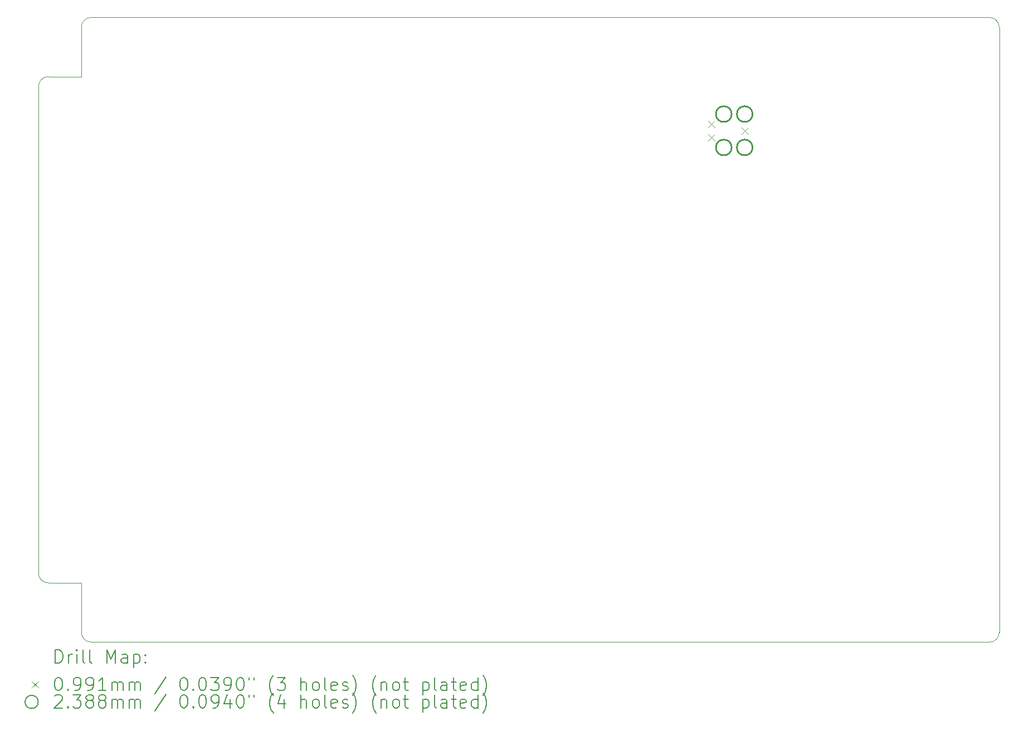
<source format=gbr>
%TF.GenerationSoftware,KiCad,Pcbnew,7.0.10-7.0.10~ubuntu22.04.1*%
%TF.CreationDate,2024-01-19T15:41:53+01:00*%
%TF.ProjectId,EEZ DIB MIO168,45455a20-4449-4422-904d-494f3136382e,r3B1*%
%TF.SameCoordinates,Original*%
%TF.FileFunction,Drillmap*%
%TF.FilePolarity,Positive*%
%FSLAX45Y45*%
G04 Gerber Fmt 4.5, Leading zero omitted, Abs format (unit mm)*
G04 Created by KiCad (PCBNEW 7.0.10-7.0.10~ubuntu22.04.1) date 2024-01-19 15:41:53*
%MOMM*%
%LPD*%
G01*
G04 APERTURE LIST*
%ADD10C,0.100000*%
%ADD11C,0.200000*%
%ADD12C,0.238760*%
G04 APERTURE END LIST*
D10*
X8200110Y-6650360D02*
X7700110Y-6650360D01*
X22150110Y-5900360D02*
G75*
G03*
X22000110Y-5750360I-150000J0D01*
G01*
X7700110Y-6650360D02*
G75*
G03*
X7550110Y-6800360I0J-150000D01*
G01*
X22150110Y-15100360D02*
X22150110Y-5900360D01*
X8350110Y-5750360D02*
G75*
G03*
X8200110Y-5900360I0J-150000D01*
G01*
X7550110Y-14200360D02*
X7550110Y-6800360D01*
X8200110Y-6650360D02*
X8200110Y-5900360D01*
X22000110Y-15250360D02*
G75*
G03*
X22150110Y-15100360I0J150000D01*
G01*
X8200110Y-14350360D02*
X7700110Y-14350360D01*
X8200110Y-15100360D02*
G75*
G03*
X8350110Y-15250360I150000J0D01*
G01*
X8350110Y-5750360D02*
X22000110Y-5750360D01*
X8200110Y-15100360D02*
X8200110Y-14350360D01*
X7550110Y-14200360D02*
G75*
G03*
X7700110Y-14350360I150000J0D01*
G01*
X22000110Y-15250360D02*
X8350110Y-15250360D01*
D11*
D10*
X17724120Y-7322820D02*
X17823180Y-7421880D01*
X17823180Y-7322820D02*
X17724120Y-7421880D01*
X17724120Y-7526020D02*
X17823180Y-7625080D01*
X17823180Y-7526020D02*
X17724120Y-7625080D01*
X18232120Y-7424420D02*
X18331180Y-7523480D01*
X18331180Y-7424420D02*
X18232120Y-7523480D01*
D12*
X18083530Y-7219950D02*
G75*
G03*
X17844770Y-7219950I-119380J0D01*
G01*
X17844770Y-7219950D02*
G75*
G03*
X18083530Y-7219950I119380J0D01*
G01*
X18083530Y-7727950D02*
G75*
G03*
X17844770Y-7727950I-119380J0D01*
G01*
X17844770Y-7727950D02*
G75*
G03*
X18083530Y-7727950I119380J0D01*
G01*
X18401030Y-7219950D02*
G75*
G03*
X18162270Y-7219950I-119380J0D01*
G01*
X18162270Y-7219950D02*
G75*
G03*
X18401030Y-7219950I119380J0D01*
G01*
X18401030Y-7727950D02*
G75*
G03*
X18162270Y-7727950I-119380J0D01*
G01*
X18162270Y-7727950D02*
G75*
G03*
X18401030Y-7727950I119380J0D01*
G01*
D11*
X7805887Y-15566844D02*
X7805887Y-15366844D01*
X7805887Y-15366844D02*
X7853506Y-15366844D01*
X7853506Y-15366844D02*
X7882077Y-15376368D01*
X7882077Y-15376368D02*
X7901125Y-15395415D01*
X7901125Y-15395415D02*
X7910649Y-15414463D01*
X7910649Y-15414463D02*
X7920172Y-15452558D01*
X7920172Y-15452558D02*
X7920172Y-15481129D01*
X7920172Y-15481129D02*
X7910649Y-15519225D01*
X7910649Y-15519225D02*
X7901125Y-15538272D01*
X7901125Y-15538272D02*
X7882077Y-15557320D01*
X7882077Y-15557320D02*
X7853506Y-15566844D01*
X7853506Y-15566844D02*
X7805887Y-15566844D01*
X8005887Y-15566844D02*
X8005887Y-15433510D01*
X8005887Y-15471606D02*
X8015411Y-15452558D01*
X8015411Y-15452558D02*
X8024934Y-15443034D01*
X8024934Y-15443034D02*
X8043982Y-15433510D01*
X8043982Y-15433510D02*
X8063030Y-15433510D01*
X8129696Y-15566844D02*
X8129696Y-15433510D01*
X8129696Y-15366844D02*
X8120172Y-15376368D01*
X8120172Y-15376368D02*
X8129696Y-15385891D01*
X8129696Y-15385891D02*
X8139220Y-15376368D01*
X8139220Y-15376368D02*
X8129696Y-15366844D01*
X8129696Y-15366844D02*
X8129696Y-15385891D01*
X8253506Y-15566844D02*
X8234458Y-15557320D01*
X8234458Y-15557320D02*
X8224934Y-15538272D01*
X8224934Y-15538272D02*
X8224934Y-15366844D01*
X8358268Y-15566844D02*
X8339220Y-15557320D01*
X8339220Y-15557320D02*
X8329696Y-15538272D01*
X8329696Y-15538272D02*
X8329696Y-15366844D01*
X8586839Y-15566844D02*
X8586839Y-15366844D01*
X8586839Y-15366844D02*
X8653506Y-15509701D01*
X8653506Y-15509701D02*
X8720173Y-15366844D01*
X8720173Y-15366844D02*
X8720173Y-15566844D01*
X8901125Y-15566844D02*
X8901125Y-15462082D01*
X8901125Y-15462082D02*
X8891601Y-15443034D01*
X8891601Y-15443034D02*
X8872554Y-15433510D01*
X8872554Y-15433510D02*
X8834458Y-15433510D01*
X8834458Y-15433510D02*
X8815411Y-15443034D01*
X8901125Y-15557320D02*
X8882077Y-15566844D01*
X8882077Y-15566844D02*
X8834458Y-15566844D01*
X8834458Y-15566844D02*
X8815411Y-15557320D01*
X8815411Y-15557320D02*
X8805887Y-15538272D01*
X8805887Y-15538272D02*
X8805887Y-15519225D01*
X8805887Y-15519225D02*
X8815411Y-15500177D01*
X8815411Y-15500177D02*
X8834458Y-15490653D01*
X8834458Y-15490653D02*
X8882077Y-15490653D01*
X8882077Y-15490653D02*
X8901125Y-15481129D01*
X8996363Y-15433510D02*
X8996363Y-15633510D01*
X8996363Y-15443034D02*
X9015411Y-15433510D01*
X9015411Y-15433510D02*
X9053506Y-15433510D01*
X9053506Y-15433510D02*
X9072554Y-15443034D01*
X9072554Y-15443034D02*
X9082077Y-15452558D01*
X9082077Y-15452558D02*
X9091601Y-15471606D01*
X9091601Y-15471606D02*
X9091601Y-15528748D01*
X9091601Y-15528748D02*
X9082077Y-15547796D01*
X9082077Y-15547796D02*
X9072554Y-15557320D01*
X9072554Y-15557320D02*
X9053506Y-15566844D01*
X9053506Y-15566844D02*
X9015411Y-15566844D01*
X9015411Y-15566844D02*
X8996363Y-15557320D01*
X9177315Y-15547796D02*
X9186839Y-15557320D01*
X9186839Y-15557320D02*
X9177315Y-15566844D01*
X9177315Y-15566844D02*
X9167792Y-15557320D01*
X9167792Y-15557320D02*
X9177315Y-15547796D01*
X9177315Y-15547796D02*
X9177315Y-15566844D01*
X9177315Y-15443034D02*
X9186839Y-15452558D01*
X9186839Y-15452558D02*
X9177315Y-15462082D01*
X9177315Y-15462082D02*
X9167792Y-15452558D01*
X9167792Y-15452558D02*
X9177315Y-15443034D01*
X9177315Y-15443034D02*
X9177315Y-15462082D01*
D10*
X7446050Y-15845830D02*
X7545110Y-15944890D01*
X7545110Y-15845830D02*
X7446050Y-15944890D01*
D11*
X7843982Y-15786844D02*
X7863030Y-15786844D01*
X7863030Y-15786844D02*
X7882077Y-15796368D01*
X7882077Y-15796368D02*
X7891601Y-15805891D01*
X7891601Y-15805891D02*
X7901125Y-15824939D01*
X7901125Y-15824939D02*
X7910649Y-15863034D01*
X7910649Y-15863034D02*
X7910649Y-15910653D01*
X7910649Y-15910653D02*
X7901125Y-15948748D01*
X7901125Y-15948748D02*
X7891601Y-15967796D01*
X7891601Y-15967796D02*
X7882077Y-15977320D01*
X7882077Y-15977320D02*
X7863030Y-15986844D01*
X7863030Y-15986844D02*
X7843982Y-15986844D01*
X7843982Y-15986844D02*
X7824934Y-15977320D01*
X7824934Y-15977320D02*
X7815411Y-15967796D01*
X7815411Y-15967796D02*
X7805887Y-15948748D01*
X7805887Y-15948748D02*
X7796363Y-15910653D01*
X7796363Y-15910653D02*
X7796363Y-15863034D01*
X7796363Y-15863034D02*
X7805887Y-15824939D01*
X7805887Y-15824939D02*
X7815411Y-15805891D01*
X7815411Y-15805891D02*
X7824934Y-15796368D01*
X7824934Y-15796368D02*
X7843982Y-15786844D01*
X7996363Y-15967796D02*
X8005887Y-15977320D01*
X8005887Y-15977320D02*
X7996363Y-15986844D01*
X7996363Y-15986844D02*
X7986839Y-15977320D01*
X7986839Y-15977320D02*
X7996363Y-15967796D01*
X7996363Y-15967796D02*
X7996363Y-15986844D01*
X8101125Y-15986844D02*
X8139220Y-15986844D01*
X8139220Y-15986844D02*
X8158268Y-15977320D01*
X8158268Y-15977320D02*
X8167792Y-15967796D01*
X8167792Y-15967796D02*
X8186839Y-15939225D01*
X8186839Y-15939225D02*
X8196363Y-15901129D01*
X8196363Y-15901129D02*
X8196363Y-15824939D01*
X8196363Y-15824939D02*
X8186839Y-15805891D01*
X8186839Y-15805891D02*
X8177315Y-15796368D01*
X8177315Y-15796368D02*
X8158268Y-15786844D01*
X8158268Y-15786844D02*
X8120172Y-15786844D01*
X8120172Y-15786844D02*
X8101125Y-15796368D01*
X8101125Y-15796368D02*
X8091601Y-15805891D01*
X8091601Y-15805891D02*
X8082077Y-15824939D01*
X8082077Y-15824939D02*
X8082077Y-15872558D01*
X8082077Y-15872558D02*
X8091601Y-15891606D01*
X8091601Y-15891606D02*
X8101125Y-15901129D01*
X8101125Y-15901129D02*
X8120172Y-15910653D01*
X8120172Y-15910653D02*
X8158268Y-15910653D01*
X8158268Y-15910653D02*
X8177315Y-15901129D01*
X8177315Y-15901129D02*
X8186839Y-15891606D01*
X8186839Y-15891606D02*
X8196363Y-15872558D01*
X8291601Y-15986844D02*
X8329696Y-15986844D01*
X8329696Y-15986844D02*
X8348744Y-15977320D01*
X8348744Y-15977320D02*
X8358268Y-15967796D01*
X8358268Y-15967796D02*
X8377315Y-15939225D01*
X8377315Y-15939225D02*
X8386839Y-15901129D01*
X8386839Y-15901129D02*
X8386839Y-15824939D01*
X8386839Y-15824939D02*
X8377315Y-15805891D01*
X8377315Y-15805891D02*
X8367792Y-15796368D01*
X8367792Y-15796368D02*
X8348744Y-15786844D01*
X8348744Y-15786844D02*
X8310649Y-15786844D01*
X8310649Y-15786844D02*
X8291601Y-15796368D01*
X8291601Y-15796368D02*
X8282077Y-15805891D01*
X8282077Y-15805891D02*
X8272553Y-15824939D01*
X8272553Y-15824939D02*
X8272553Y-15872558D01*
X8272553Y-15872558D02*
X8282077Y-15891606D01*
X8282077Y-15891606D02*
X8291601Y-15901129D01*
X8291601Y-15901129D02*
X8310649Y-15910653D01*
X8310649Y-15910653D02*
X8348744Y-15910653D01*
X8348744Y-15910653D02*
X8367792Y-15901129D01*
X8367792Y-15901129D02*
X8377315Y-15891606D01*
X8377315Y-15891606D02*
X8386839Y-15872558D01*
X8577315Y-15986844D02*
X8463030Y-15986844D01*
X8520173Y-15986844D02*
X8520173Y-15786844D01*
X8520173Y-15786844D02*
X8501125Y-15815415D01*
X8501125Y-15815415D02*
X8482077Y-15834463D01*
X8482077Y-15834463D02*
X8463030Y-15843987D01*
X8663030Y-15986844D02*
X8663030Y-15853510D01*
X8663030Y-15872558D02*
X8672554Y-15863034D01*
X8672554Y-15863034D02*
X8691601Y-15853510D01*
X8691601Y-15853510D02*
X8720173Y-15853510D01*
X8720173Y-15853510D02*
X8739220Y-15863034D01*
X8739220Y-15863034D02*
X8748744Y-15882082D01*
X8748744Y-15882082D02*
X8748744Y-15986844D01*
X8748744Y-15882082D02*
X8758268Y-15863034D01*
X8758268Y-15863034D02*
X8777315Y-15853510D01*
X8777315Y-15853510D02*
X8805887Y-15853510D01*
X8805887Y-15853510D02*
X8824935Y-15863034D01*
X8824935Y-15863034D02*
X8834458Y-15882082D01*
X8834458Y-15882082D02*
X8834458Y-15986844D01*
X8929696Y-15986844D02*
X8929696Y-15853510D01*
X8929696Y-15872558D02*
X8939220Y-15863034D01*
X8939220Y-15863034D02*
X8958268Y-15853510D01*
X8958268Y-15853510D02*
X8986839Y-15853510D01*
X8986839Y-15853510D02*
X9005887Y-15863034D01*
X9005887Y-15863034D02*
X9015411Y-15882082D01*
X9015411Y-15882082D02*
X9015411Y-15986844D01*
X9015411Y-15882082D02*
X9024935Y-15863034D01*
X9024935Y-15863034D02*
X9043982Y-15853510D01*
X9043982Y-15853510D02*
X9072554Y-15853510D01*
X9072554Y-15853510D02*
X9091601Y-15863034D01*
X9091601Y-15863034D02*
X9101125Y-15882082D01*
X9101125Y-15882082D02*
X9101125Y-15986844D01*
X9491601Y-15777320D02*
X9320173Y-16034463D01*
X9748744Y-15786844D02*
X9767792Y-15786844D01*
X9767792Y-15786844D02*
X9786839Y-15796368D01*
X9786839Y-15796368D02*
X9796363Y-15805891D01*
X9796363Y-15805891D02*
X9805887Y-15824939D01*
X9805887Y-15824939D02*
X9815411Y-15863034D01*
X9815411Y-15863034D02*
X9815411Y-15910653D01*
X9815411Y-15910653D02*
X9805887Y-15948748D01*
X9805887Y-15948748D02*
X9796363Y-15967796D01*
X9796363Y-15967796D02*
X9786839Y-15977320D01*
X9786839Y-15977320D02*
X9767792Y-15986844D01*
X9767792Y-15986844D02*
X9748744Y-15986844D01*
X9748744Y-15986844D02*
X9729697Y-15977320D01*
X9729697Y-15977320D02*
X9720173Y-15967796D01*
X9720173Y-15967796D02*
X9710649Y-15948748D01*
X9710649Y-15948748D02*
X9701125Y-15910653D01*
X9701125Y-15910653D02*
X9701125Y-15863034D01*
X9701125Y-15863034D02*
X9710649Y-15824939D01*
X9710649Y-15824939D02*
X9720173Y-15805891D01*
X9720173Y-15805891D02*
X9729697Y-15796368D01*
X9729697Y-15796368D02*
X9748744Y-15786844D01*
X9901125Y-15967796D02*
X9910649Y-15977320D01*
X9910649Y-15977320D02*
X9901125Y-15986844D01*
X9901125Y-15986844D02*
X9891601Y-15977320D01*
X9891601Y-15977320D02*
X9901125Y-15967796D01*
X9901125Y-15967796D02*
X9901125Y-15986844D01*
X10034458Y-15786844D02*
X10053506Y-15786844D01*
X10053506Y-15786844D02*
X10072554Y-15796368D01*
X10072554Y-15796368D02*
X10082078Y-15805891D01*
X10082078Y-15805891D02*
X10091601Y-15824939D01*
X10091601Y-15824939D02*
X10101125Y-15863034D01*
X10101125Y-15863034D02*
X10101125Y-15910653D01*
X10101125Y-15910653D02*
X10091601Y-15948748D01*
X10091601Y-15948748D02*
X10082078Y-15967796D01*
X10082078Y-15967796D02*
X10072554Y-15977320D01*
X10072554Y-15977320D02*
X10053506Y-15986844D01*
X10053506Y-15986844D02*
X10034458Y-15986844D01*
X10034458Y-15986844D02*
X10015411Y-15977320D01*
X10015411Y-15977320D02*
X10005887Y-15967796D01*
X10005887Y-15967796D02*
X9996363Y-15948748D01*
X9996363Y-15948748D02*
X9986839Y-15910653D01*
X9986839Y-15910653D02*
X9986839Y-15863034D01*
X9986839Y-15863034D02*
X9996363Y-15824939D01*
X9996363Y-15824939D02*
X10005887Y-15805891D01*
X10005887Y-15805891D02*
X10015411Y-15796368D01*
X10015411Y-15796368D02*
X10034458Y-15786844D01*
X10167792Y-15786844D02*
X10291601Y-15786844D01*
X10291601Y-15786844D02*
X10224935Y-15863034D01*
X10224935Y-15863034D02*
X10253506Y-15863034D01*
X10253506Y-15863034D02*
X10272554Y-15872558D01*
X10272554Y-15872558D02*
X10282078Y-15882082D01*
X10282078Y-15882082D02*
X10291601Y-15901129D01*
X10291601Y-15901129D02*
X10291601Y-15948748D01*
X10291601Y-15948748D02*
X10282078Y-15967796D01*
X10282078Y-15967796D02*
X10272554Y-15977320D01*
X10272554Y-15977320D02*
X10253506Y-15986844D01*
X10253506Y-15986844D02*
X10196363Y-15986844D01*
X10196363Y-15986844D02*
X10177316Y-15977320D01*
X10177316Y-15977320D02*
X10167792Y-15967796D01*
X10386839Y-15986844D02*
X10424935Y-15986844D01*
X10424935Y-15986844D02*
X10443982Y-15977320D01*
X10443982Y-15977320D02*
X10453506Y-15967796D01*
X10453506Y-15967796D02*
X10472554Y-15939225D01*
X10472554Y-15939225D02*
X10482078Y-15901129D01*
X10482078Y-15901129D02*
X10482078Y-15824939D01*
X10482078Y-15824939D02*
X10472554Y-15805891D01*
X10472554Y-15805891D02*
X10463030Y-15796368D01*
X10463030Y-15796368D02*
X10443982Y-15786844D01*
X10443982Y-15786844D02*
X10405887Y-15786844D01*
X10405887Y-15786844D02*
X10386839Y-15796368D01*
X10386839Y-15796368D02*
X10377316Y-15805891D01*
X10377316Y-15805891D02*
X10367792Y-15824939D01*
X10367792Y-15824939D02*
X10367792Y-15872558D01*
X10367792Y-15872558D02*
X10377316Y-15891606D01*
X10377316Y-15891606D02*
X10386839Y-15901129D01*
X10386839Y-15901129D02*
X10405887Y-15910653D01*
X10405887Y-15910653D02*
X10443982Y-15910653D01*
X10443982Y-15910653D02*
X10463030Y-15901129D01*
X10463030Y-15901129D02*
X10472554Y-15891606D01*
X10472554Y-15891606D02*
X10482078Y-15872558D01*
X10605887Y-15786844D02*
X10624935Y-15786844D01*
X10624935Y-15786844D02*
X10643982Y-15796368D01*
X10643982Y-15796368D02*
X10653506Y-15805891D01*
X10653506Y-15805891D02*
X10663030Y-15824939D01*
X10663030Y-15824939D02*
X10672554Y-15863034D01*
X10672554Y-15863034D02*
X10672554Y-15910653D01*
X10672554Y-15910653D02*
X10663030Y-15948748D01*
X10663030Y-15948748D02*
X10653506Y-15967796D01*
X10653506Y-15967796D02*
X10643982Y-15977320D01*
X10643982Y-15977320D02*
X10624935Y-15986844D01*
X10624935Y-15986844D02*
X10605887Y-15986844D01*
X10605887Y-15986844D02*
X10586839Y-15977320D01*
X10586839Y-15977320D02*
X10577316Y-15967796D01*
X10577316Y-15967796D02*
X10567792Y-15948748D01*
X10567792Y-15948748D02*
X10558268Y-15910653D01*
X10558268Y-15910653D02*
X10558268Y-15863034D01*
X10558268Y-15863034D02*
X10567792Y-15824939D01*
X10567792Y-15824939D02*
X10577316Y-15805891D01*
X10577316Y-15805891D02*
X10586839Y-15796368D01*
X10586839Y-15796368D02*
X10605887Y-15786844D01*
X10748744Y-15786844D02*
X10748744Y-15824939D01*
X10824935Y-15786844D02*
X10824935Y-15824939D01*
X11120173Y-16063034D02*
X11110649Y-16053510D01*
X11110649Y-16053510D02*
X11091601Y-16024939D01*
X11091601Y-16024939D02*
X11082078Y-16005891D01*
X11082078Y-16005891D02*
X11072554Y-15977320D01*
X11072554Y-15977320D02*
X11063030Y-15929701D01*
X11063030Y-15929701D02*
X11063030Y-15891606D01*
X11063030Y-15891606D02*
X11072554Y-15843987D01*
X11072554Y-15843987D02*
X11082078Y-15815415D01*
X11082078Y-15815415D02*
X11091601Y-15796368D01*
X11091601Y-15796368D02*
X11110649Y-15767796D01*
X11110649Y-15767796D02*
X11120173Y-15758272D01*
X11177316Y-15786844D02*
X11301125Y-15786844D01*
X11301125Y-15786844D02*
X11234458Y-15863034D01*
X11234458Y-15863034D02*
X11263030Y-15863034D01*
X11263030Y-15863034D02*
X11282078Y-15872558D01*
X11282078Y-15872558D02*
X11291601Y-15882082D01*
X11291601Y-15882082D02*
X11301125Y-15901129D01*
X11301125Y-15901129D02*
X11301125Y-15948748D01*
X11301125Y-15948748D02*
X11291601Y-15967796D01*
X11291601Y-15967796D02*
X11282078Y-15977320D01*
X11282078Y-15977320D02*
X11263030Y-15986844D01*
X11263030Y-15986844D02*
X11205887Y-15986844D01*
X11205887Y-15986844D02*
X11186839Y-15977320D01*
X11186839Y-15977320D02*
X11177316Y-15967796D01*
X11539220Y-15986844D02*
X11539220Y-15786844D01*
X11624935Y-15986844D02*
X11624935Y-15882082D01*
X11624935Y-15882082D02*
X11615411Y-15863034D01*
X11615411Y-15863034D02*
X11596363Y-15853510D01*
X11596363Y-15853510D02*
X11567792Y-15853510D01*
X11567792Y-15853510D02*
X11548744Y-15863034D01*
X11548744Y-15863034D02*
X11539220Y-15872558D01*
X11748744Y-15986844D02*
X11729697Y-15977320D01*
X11729697Y-15977320D02*
X11720173Y-15967796D01*
X11720173Y-15967796D02*
X11710649Y-15948748D01*
X11710649Y-15948748D02*
X11710649Y-15891606D01*
X11710649Y-15891606D02*
X11720173Y-15872558D01*
X11720173Y-15872558D02*
X11729697Y-15863034D01*
X11729697Y-15863034D02*
X11748744Y-15853510D01*
X11748744Y-15853510D02*
X11777316Y-15853510D01*
X11777316Y-15853510D02*
X11796363Y-15863034D01*
X11796363Y-15863034D02*
X11805887Y-15872558D01*
X11805887Y-15872558D02*
X11815411Y-15891606D01*
X11815411Y-15891606D02*
X11815411Y-15948748D01*
X11815411Y-15948748D02*
X11805887Y-15967796D01*
X11805887Y-15967796D02*
X11796363Y-15977320D01*
X11796363Y-15977320D02*
X11777316Y-15986844D01*
X11777316Y-15986844D02*
X11748744Y-15986844D01*
X11929697Y-15986844D02*
X11910649Y-15977320D01*
X11910649Y-15977320D02*
X11901125Y-15958272D01*
X11901125Y-15958272D02*
X11901125Y-15786844D01*
X12082078Y-15977320D02*
X12063030Y-15986844D01*
X12063030Y-15986844D02*
X12024935Y-15986844D01*
X12024935Y-15986844D02*
X12005887Y-15977320D01*
X12005887Y-15977320D02*
X11996363Y-15958272D01*
X11996363Y-15958272D02*
X11996363Y-15882082D01*
X11996363Y-15882082D02*
X12005887Y-15863034D01*
X12005887Y-15863034D02*
X12024935Y-15853510D01*
X12024935Y-15853510D02*
X12063030Y-15853510D01*
X12063030Y-15853510D02*
X12082078Y-15863034D01*
X12082078Y-15863034D02*
X12091601Y-15882082D01*
X12091601Y-15882082D02*
X12091601Y-15901129D01*
X12091601Y-15901129D02*
X11996363Y-15920177D01*
X12167792Y-15977320D02*
X12186840Y-15986844D01*
X12186840Y-15986844D02*
X12224935Y-15986844D01*
X12224935Y-15986844D02*
X12243982Y-15977320D01*
X12243982Y-15977320D02*
X12253506Y-15958272D01*
X12253506Y-15958272D02*
X12253506Y-15948748D01*
X12253506Y-15948748D02*
X12243982Y-15929701D01*
X12243982Y-15929701D02*
X12224935Y-15920177D01*
X12224935Y-15920177D02*
X12196363Y-15920177D01*
X12196363Y-15920177D02*
X12177316Y-15910653D01*
X12177316Y-15910653D02*
X12167792Y-15891606D01*
X12167792Y-15891606D02*
X12167792Y-15882082D01*
X12167792Y-15882082D02*
X12177316Y-15863034D01*
X12177316Y-15863034D02*
X12196363Y-15853510D01*
X12196363Y-15853510D02*
X12224935Y-15853510D01*
X12224935Y-15853510D02*
X12243982Y-15863034D01*
X12320173Y-16063034D02*
X12329697Y-16053510D01*
X12329697Y-16053510D02*
X12348744Y-16024939D01*
X12348744Y-16024939D02*
X12358268Y-16005891D01*
X12358268Y-16005891D02*
X12367792Y-15977320D01*
X12367792Y-15977320D02*
X12377316Y-15929701D01*
X12377316Y-15929701D02*
X12377316Y-15891606D01*
X12377316Y-15891606D02*
X12367792Y-15843987D01*
X12367792Y-15843987D02*
X12358268Y-15815415D01*
X12358268Y-15815415D02*
X12348744Y-15796368D01*
X12348744Y-15796368D02*
X12329697Y-15767796D01*
X12329697Y-15767796D02*
X12320173Y-15758272D01*
X12682078Y-16063034D02*
X12672554Y-16053510D01*
X12672554Y-16053510D02*
X12653506Y-16024939D01*
X12653506Y-16024939D02*
X12643982Y-16005891D01*
X12643982Y-16005891D02*
X12634459Y-15977320D01*
X12634459Y-15977320D02*
X12624935Y-15929701D01*
X12624935Y-15929701D02*
X12624935Y-15891606D01*
X12624935Y-15891606D02*
X12634459Y-15843987D01*
X12634459Y-15843987D02*
X12643982Y-15815415D01*
X12643982Y-15815415D02*
X12653506Y-15796368D01*
X12653506Y-15796368D02*
X12672554Y-15767796D01*
X12672554Y-15767796D02*
X12682078Y-15758272D01*
X12758268Y-15853510D02*
X12758268Y-15986844D01*
X12758268Y-15872558D02*
X12767792Y-15863034D01*
X12767792Y-15863034D02*
X12786840Y-15853510D01*
X12786840Y-15853510D02*
X12815411Y-15853510D01*
X12815411Y-15853510D02*
X12834459Y-15863034D01*
X12834459Y-15863034D02*
X12843982Y-15882082D01*
X12843982Y-15882082D02*
X12843982Y-15986844D01*
X12967792Y-15986844D02*
X12948744Y-15977320D01*
X12948744Y-15977320D02*
X12939221Y-15967796D01*
X12939221Y-15967796D02*
X12929697Y-15948748D01*
X12929697Y-15948748D02*
X12929697Y-15891606D01*
X12929697Y-15891606D02*
X12939221Y-15872558D01*
X12939221Y-15872558D02*
X12948744Y-15863034D01*
X12948744Y-15863034D02*
X12967792Y-15853510D01*
X12967792Y-15853510D02*
X12996363Y-15853510D01*
X12996363Y-15853510D02*
X13015411Y-15863034D01*
X13015411Y-15863034D02*
X13024935Y-15872558D01*
X13024935Y-15872558D02*
X13034459Y-15891606D01*
X13034459Y-15891606D02*
X13034459Y-15948748D01*
X13034459Y-15948748D02*
X13024935Y-15967796D01*
X13024935Y-15967796D02*
X13015411Y-15977320D01*
X13015411Y-15977320D02*
X12996363Y-15986844D01*
X12996363Y-15986844D02*
X12967792Y-15986844D01*
X13091602Y-15853510D02*
X13167792Y-15853510D01*
X13120173Y-15786844D02*
X13120173Y-15958272D01*
X13120173Y-15958272D02*
X13129697Y-15977320D01*
X13129697Y-15977320D02*
X13148744Y-15986844D01*
X13148744Y-15986844D02*
X13167792Y-15986844D01*
X13386840Y-15853510D02*
X13386840Y-16053510D01*
X13386840Y-15863034D02*
X13405887Y-15853510D01*
X13405887Y-15853510D02*
X13443983Y-15853510D01*
X13443983Y-15853510D02*
X13463030Y-15863034D01*
X13463030Y-15863034D02*
X13472554Y-15872558D01*
X13472554Y-15872558D02*
X13482078Y-15891606D01*
X13482078Y-15891606D02*
X13482078Y-15948748D01*
X13482078Y-15948748D02*
X13472554Y-15967796D01*
X13472554Y-15967796D02*
X13463030Y-15977320D01*
X13463030Y-15977320D02*
X13443983Y-15986844D01*
X13443983Y-15986844D02*
X13405887Y-15986844D01*
X13405887Y-15986844D02*
X13386840Y-15977320D01*
X13596363Y-15986844D02*
X13577316Y-15977320D01*
X13577316Y-15977320D02*
X13567792Y-15958272D01*
X13567792Y-15958272D02*
X13567792Y-15786844D01*
X13758268Y-15986844D02*
X13758268Y-15882082D01*
X13758268Y-15882082D02*
X13748744Y-15863034D01*
X13748744Y-15863034D02*
X13729697Y-15853510D01*
X13729697Y-15853510D02*
X13691602Y-15853510D01*
X13691602Y-15853510D02*
X13672554Y-15863034D01*
X13758268Y-15977320D02*
X13739221Y-15986844D01*
X13739221Y-15986844D02*
X13691602Y-15986844D01*
X13691602Y-15986844D02*
X13672554Y-15977320D01*
X13672554Y-15977320D02*
X13663030Y-15958272D01*
X13663030Y-15958272D02*
X13663030Y-15939225D01*
X13663030Y-15939225D02*
X13672554Y-15920177D01*
X13672554Y-15920177D02*
X13691602Y-15910653D01*
X13691602Y-15910653D02*
X13739221Y-15910653D01*
X13739221Y-15910653D02*
X13758268Y-15901129D01*
X13824935Y-15853510D02*
X13901125Y-15853510D01*
X13853506Y-15786844D02*
X13853506Y-15958272D01*
X13853506Y-15958272D02*
X13863030Y-15977320D01*
X13863030Y-15977320D02*
X13882078Y-15986844D01*
X13882078Y-15986844D02*
X13901125Y-15986844D01*
X14043983Y-15977320D02*
X14024935Y-15986844D01*
X14024935Y-15986844D02*
X13986840Y-15986844D01*
X13986840Y-15986844D02*
X13967792Y-15977320D01*
X13967792Y-15977320D02*
X13958268Y-15958272D01*
X13958268Y-15958272D02*
X13958268Y-15882082D01*
X13958268Y-15882082D02*
X13967792Y-15863034D01*
X13967792Y-15863034D02*
X13986840Y-15853510D01*
X13986840Y-15853510D02*
X14024935Y-15853510D01*
X14024935Y-15853510D02*
X14043983Y-15863034D01*
X14043983Y-15863034D02*
X14053506Y-15882082D01*
X14053506Y-15882082D02*
X14053506Y-15901129D01*
X14053506Y-15901129D02*
X13958268Y-15920177D01*
X14224935Y-15986844D02*
X14224935Y-15786844D01*
X14224935Y-15977320D02*
X14205887Y-15986844D01*
X14205887Y-15986844D02*
X14167792Y-15986844D01*
X14167792Y-15986844D02*
X14148744Y-15977320D01*
X14148744Y-15977320D02*
X14139221Y-15967796D01*
X14139221Y-15967796D02*
X14129697Y-15948748D01*
X14129697Y-15948748D02*
X14129697Y-15891606D01*
X14129697Y-15891606D02*
X14139221Y-15872558D01*
X14139221Y-15872558D02*
X14148744Y-15863034D01*
X14148744Y-15863034D02*
X14167792Y-15853510D01*
X14167792Y-15853510D02*
X14205887Y-15853510D01*
X14205887Y-15853510D02*
X14224935Y-15863034D01*
X14301125Y-16063034D02*
X14310649Y-16053510D01*
X14310649Y-16053510D02*
X14329697Y-16024939D01*
X14329697Y-16024939D02*
X14339221Y-16005891D01*
X14339221Y-16005891D02*
X14348744Y-15977320D01*
X14348744Y-15977320D02*
X14358268Y-15929701D01*
X14358268Y-15929701D02*
X14358268Y-15891606D01*
X14358268Y-15891606D02*
X14348744Y-15843987D01*
X14348744Y-15843987D02*
X14339221Y-15815415D01*
X14339221Y-15815415D02*
X14329697Y-15796368D01*
X14329697Y-15796368D02*
X14310649Y-15767796D01*
X14310649Y-15767796D02*
X14301125Y-15758272D01*
X7545110Y-16159360D02*
G75*
G03*
X7345110Y-16159360I-100000J0D01*
G01*
X7345110Y-16159360D02*
G75*
G03*
X7545110Y-16159360I100000J0D01*
G01*
X7796363Y-16069891D02*
X7805887Y-16060368D01*
X7805887Y-16060368D02*
X7824934Y-16050844D01*
X7824934Y-16050844D02*
X7872553Y-16050844D01*
X7872553Y-16050844D02*
X7891601Y-16060368D01*
X7891601Y-16060368D02*
X7901125Y-16069891D01*
X7901125Y-16069891D02*
X7910649Y-16088939D01*
X7910649Y-16088939D02*
X7910649Y-16107987D01*
X7910649Y-16107987D02*
X7901125Y-16136558D01*
X7901125Y-16136558D02*
X7786839Y-16250844D01*
X7786839Y-16250844D02*
X7910649Y-16250844D01*
X7996363Y-16231796D02*
X8005887Y-16241320D01*
X8005887Y-16241320D02*
X7996363Y-16250844D01*
X7996363Y-16250844D02*
X7986839Y-16241320D01*
X7986839Y-16241320D02*
X7996363Y-16231796D01*
X7996363Y-16231796D02*
X7996363Y-16250844D01*
X8072553Y-16050844D02*
X8196363Y-16050844D01*
X8196363Y-16050844D02*
X8129696Y-16127034D01*
X8129696Y-16127034D02*
X8158268Y-16127034D01*
X8158268Y-16127034D02*
X8177315Y-16136558D01*
X8177315Y-16136558D02*
X8186839Y-16146082D01*
X8186839Y-16146082D02*
X8196363Y-16165129D01*
X8196363Y-16165129D02*
X8196363Y-16212748D01*
X8196363Y-16212748D02*
X8186839Y-16231796D01*
X8186839Y-16231796D02*
X8177315Y-16241320D01*
X8177315Y-16241320D02*
X8158268Y-16250844D01*
X8158268Y-16250844D02*
X8101125Y-16250844D01*
X8101125Y-16250844D02*
X8082077Y-16241320D01*
X8082077Y-16241320D02*
X8072553Y-16231796D01*
X8310649Y-16136558D02*
X8291601Y-16127034D01*
X8291601Y-16127034D02*
X8282077Y-16117510D01*
X8282077Y-16117510D02*
X8272553Y-16098463D01*
X8272553Y-16098463D02*
X8272553Y-16088939D01*
X8272553Y-16088939D02*
X8282077Y-16069891D01*
X8282077Y-16069891D02*
X8291601Y-16060368D01*
X8291601Y-16060368D02*
X8310649Y-16050844D01*
X8310649Y-16050844D02*
X8348744Y-16050844D01*
X8348744Y-16050844D02*
X8367792Y-16060368D01*
X8367792Y-16060368D02*
X8377315Y-16069891D01*
X8377315Y-16069891D02*
X8386839Y-16088939D01*
X8386839Y-16088939D02*
X8386839Y-16098463D01*
X8386839Y-16098463D02*
X8377315Y-16117510D01*
X8377315Y-16117510D02*
X8367792Y-16127034D01*
X8367792Y-16127034D02*
X8348744Y-16136558D01*
X8348744Y-16136558D02*
X8310649Y-16136558D01*
X8310649Y-16136558D02*
X8291601Y-16146082D01*
X8291601Y-16146082D02*
X8282077Y-16155606D01*
X8282077Y-16155606D02*
X8272553Y-16174653D01*
X8272553Y-16174653D02*
X8272553Y-16212748D01*
X8272553Y-16212748D02*
X8282077Y-16231796D01*
X8282077Y-16231796D02*
X8291601Y-16241320D01*
X8291601Y-16241320D02*
X8310649Y-16250844D01*
X8310649Y-16250844D02*
X8348744Y-16250844D01*
X8348744Y-16250844D02*
X8367792Y-16241320D01*
X8367792Y-16241320D02*
X8377315Y-16231796D01*
X8377315Y-16231796D02*
X8386839Y-16212748D01*
X8386839Y-16212748D02*
X8386839Y-16174653D01*
X8386839Y-16174653D02*
X8377315Y-16155606D01*
X8377315Y-16155606D02*
X8367792Y-16146082D01*
X8367792Y-16146082D02*
X8348744Y-16136558D01*
X8501125Y-16136558D02*
X8482077Y-16127034D01*
X8482077Y-16127034D02*
X8472554Y-16117510D01*
X8472554Y-16117510D02*
X8463030Y-16098463D01*
X8463030Y-16098463D02*
X8463030Y-16088939D01*
X8463030Y-16088939D02*
X8472554Y-16069891D01*
X8472554Y-16069891D02*
X8482077Y-16060368D01*
X8482077Y-16060368D02*
X8501125Y-16050844D01*
X8501125Y-16050844D02*
X8539220Y-16050844D01*
X8539220Y-16050844D02*
X8558268Y-16060368D01*
X8558268Y-16060368D02*
X8567792Y-16069891D01*
X8567792Y-16069891D02*
X8577315Y-16088939D01*
X8577315Y-16088939D02*
X8577315Y-16098463D01*
X8577315Y-16098463D02*
X8567792Y-16117510D01*
X8567792Y-16117510D02*
X8558268Y-16127034D01*
X8558268Y-16127034D02*
X8539220Y-16136558D01*
X8539220Y-16136558D02*
X8501125Y-16136558D01*
X8501125Y-16136558D02*
X8482077Y-16146082D01*
X8482077Y-16146082D02*
X8472554Y-16155606D01*
X8472554Y-16155606D02*
X8463030Y-16174653D01*
X8463030Y-16174653D02*
X8463030Y-16212748D01*
X8463030Y-16212748D02*
X8472554Y-16231796D01*
X8472554Y-16231796D02*
X8482077Y-16241320D01*
X8482077Y-16241320D02*
X8501125Y-16250844D01*
X8501125Y-16250844D02*
X8539220Y-16250844D01*
X8539220Y-16250844D02*
X8558268Y-16241320D01*
X8558268Y-16241320D02*
X8567792Y-16231796D01*
X8567792Y-16231796D02*
X8577315Y-16212748D01*
X8577315Y-16212748D02*
X8577315Y-16174653D01*
X8577315Y-16174653D02*
X8567792Y-16155606D01*
X8567792Y-16155606D02*
X8558268Y-16146082D01*
X8558268Y-16146082D02*
X8539220Y-16136558D01*
X8663030Y-16250844D02*
X8663030Y-16117510D01*
X8663030Y-16136558D02*
X8672554Y-16127034D01*
X8672554Y-16127034D02*
X8691601Y-16117510D01*
X8691601Y-16117510D02*
X8720173Y-16117510D01*
X8720173Y-16117510D02*
X8739220Y-16127034D01*
X8739220Y-16127034D02*
X8748744Y-16146082D01*
X8748744Y-16146082D02*
X8748744Y-16250844D01*
X8748744Y-16146082D02*
X8758268Y-16127034D01*
X8758268Y-16127034D02*
X8777315Y-16117510D01*
X8777315Y-16117510D02*
X8805887Y-16117510D01*
X8805887Y-16117510D02*
X8824935Y-16127034D01*
X8824935Y-16127034D02*
X8834458Y-16146082D01*
X8834458Y-16146082D02*
X8834458Y-16250844D01*
X8929696Y-16250844D02*
X8929696Y-16117510D01*
X8929696Y-16136558D02*
X8939220Y-16127034D01*
X8939220Y-16127034D02*
X8958268Y-16117510D01*
X8958268Y-16117510D02*
X8986839Y-16117510D01*
X8986839Y-16117510D02*
X9005887Y-16127034D01*
X9005887Y-16127034D02*
X9015411Y-16146082D01*
X9015411Y-16146082D02*
X9015411Y-16250844D01*
X9015411Y-16146082D02*
X9024935Y-16127034D01*
X9024935Y-16127034D02*
X9043982Y-16117510D01*
X9043982Y-16117510D02*
X9072554Y-16117510D01*
X9072554Y-16117510D02*
X9091601Y-16127034D01*
X9091601Y-16127034D02*
X9101125Y-16146082D01*
X9101125Y-16146082D02*
X9101125Y-16250844D01*
X9491601Y-16041320D02*
X9320173Y-16298463D01*
X9748744Y-16050844D02*
X9767792Y-16050844D01*
X9767792Y-16050844D02*
X9786839Y-16060368D01*
X9786839Y-16060368D02*
X9796363Y-16069891D01*
X9796363Y-16069891D02*
X9805887Y-16088939D01*
X9805887Y-16088939D02*
X9815411Y-16127034D01*
X9815411Y-16127034D02*
X9815411Y-16174653D01*
X9815411Y-16174653D02*
X9805887Y-16212748D01*
X9805887Y-16212748D02*
X9796363Y-16231796D01*
X9796363Y-16231796D02*
X9786839Y-16241320D01*
X9786839Y-16241320D02*
X9767792Y-16250844D01*
X9767792Y-16250844D02*
X9748744Y-16250844D01*
X9748744Y-16250844D02*
X9729697Y-16241320D01*
X9729697Y-16241320D02*
X9720173Y-16231796D01*
X9720173Y-16231796D02*
X9710649Y-16212748D01*
X9710649Y-16212748D02*
X9701125Y-16174653D01*
X9701125Y-16174653D02*
X9701125Y-16127034D01*
X9701125Y-16127034D02*
X9710649Y-16088939D01*
X9710649Y-16088939D02*
X9720173Y-16069891D01*
X9720173Y-16069891D02*
X9729697Y-16060368D01*
X9729697Y-16060368D02*
X9748744Y-16050844D01*
X9901125Y-16231796D02*
X9910649Y-16241320D01*
X9910649Y-16241320D02*
X9901125Y-16250844D01*
X9901125Y-16250844D02*
X9891601Y-16241320D01*
X9891601Y-16241320D02*
X9901125Y-16231796D01*
X9901125Y-16231796D02*
X9901125Y-16250844D01*
X10034458Y-16050844D02*
X10053506Y-16050844D01*
X10053506Y-16050844D02*
X10072554Y-16060368D01*
X10072554Y-16060368D02*
X10082078Y-16069891D01*
X10082078Y-16069891D02*
X10091601Y-16088939D01*
X10091601Y-16088939D02*
X10101125Y-16127034D01*
X10101125Y-16127034D02*
X10101125Y-16174653D01*
X10101125Y-16174653D02*
X10091601Y-16212748D01*
X10091601Y-16212748D02*
X10082078Y-16231796D01*
X10082078Y-16231796D02*
X10072554Y-16241320D01*
X10072554Y-16241320D02*
X10053506Y-16250844D01*
X10053506Y-16250844D02*
X10034458Y-16250844D01*
X10034458Y-16250844D02*
X10015411Y-16241320D01*
X10015411Y-16241320D02*
X10005887Y-16231796D01*
X10005887Y-16231796D02*
X9996363Y-16212748D01*
X9996363Y-16212748D02*
X9986839Y-16174653D01*
X9986839Y-16174653D02*
X9986839Y-16127034D01*
X9986839Y-16127034D02*
X9996363Y-16088939D01*
X9996363Y-16088939D02*
X10005887Y-16069891D01*
X10005887Y-16069891D02*
X10015411Y-16060368D01*
X10015411Y-16060368D02*
X10034458Y-16050844D01*
X10196363Y-16250844D02*
X10234458Y-16250844D01*
X10234458Y-16250844D02*
X10253506Y-16241320D01*
X10253506Y-16241320D02*
X10263030Y-16231796D01*
X10263030Y-16231796D02*
X10282078Y-16203225D01*
X10282078Y-16203225D02*
X10291601Y-16165129D01*
X10291601Y-16165129D02*
X10291601Y-16088939D01*
X10291601Y-16088939D02*
X10282078Y-16069891D01*
X10282078Y-16069891D02*
X10272554Y-16060368D01*
X10272554Y-16060368D02*
X10253506Y-16050844D01*
X10253506Y-16050844D02*
X10215411Y-16050844D01*
X10215411Y-16050844D02*
X10196363Y-16060368D01*
X10196363Y-16060368D02*
X10186839Y-16069891D01*
X10186839Y-16069891D02*
X10177316Y-16088939D01*
X10177316Y-16088939D02*
X10177316Y-16136558D01*
X10177316Y-16136558D02*
X10186839Y-16155606D01*
X10186839Y-16155606D02*
X10196363Y-16165129D01*
X10196363Y-16165129D02*
X10215411Y-16174653D01*
X10215411Y-16174653D02*
X10253506Y-16174653D01*
X10253506Y-16174653D02*
X10272554Y-16165129D01*
X10272554Y-16165129D02*
X10282078Y-16155606D01*
X10282078Y-16155606D02*
X10291601Y-16136558D01*
X10463030Y-16117510D02*
X10463030Y-16250844D01*
X10415411Y-16041320D02*
X10367792Y-16184177D01*
X10367792Y-16184177D02*
X10491601Y-16184177D01*
X10605887Y-16050844D02*
X10624935Y-16050844D01*
X10624935Y-16050844D02*
X10643982Y-16060368D01*
X10643982Y-16060368D02*
X10653506Y-16069891D01*
X10653506Y-16069891D02*
X10663030Y-16088939D01*
X10663030Y-16088939D02*
X10672554Y-16127034D01*
X10672554Y-16127034D02*
X10672554Y-16174653D01*
X10672554Y-16174653D02*
X10663030Y-16212748D01*
X10663030Y-16212748D02*
X10653506Y-16231796D01*
X10653506Y-16231796D02*
X10643982Y-16241320D01*
X10643982Y-16241320D02*
X10624935Y-16250844D01*
X10624935Y-16250844D02*
X10605887Y-16250844D01*
X10605887Y-16250844D02*
X10586839Y-16241320D01*
X10586839Y-16241320D02*
X10577316Y-16231796D01*
X10577316Y-16231796D02*
X10567792Y-16212748D01*
X10567792Y-16212748D02*
X10558268Y-16174653D01*
X10558268Y-16174653D02*
X10558268Y-16127034D01*
X10558268Y-16127034D02*
X10567792Y-16088939D01*
X10567792Y-16088939D02*
X10577316Y-16069891D01*
X10577316Y-16069891D02*
X10586839Y-16060368D01*
X10586839Y-16060368D02*
X10605887Y-16050844D01*
X10748744Y-16050844D02*
X10748744Y-16088939D01*
X10824935Y-16050844D02*
X10824935Y-16088939D01*
X11120173Y-16327034D02*
X11110649Y-16317510D01*
X11110649Y-16317510D02*
X11091601Y-16288939D01*
X11091601Y-16288939D02*
X11082078Y-16269891D01*
X11082078Y-16269891D02*
X11072554Y-16241320D01*
X11072554Y-16241320D02*
X11063030Y-16193701D01*
X11063030Y-16193701D02*
X11063030Y-16155606D01*
X11063030Y-16155606D02*
X11072554Y-16107987D01*
X11072554Y-16107987D02*
X11082078Y-16079415D01*
X11082078Y-16079415D02*
X11091601Y-16060368D01*
X11091601Y-16060368D02*
X11110649Y-16031796D01*
X11110649Y-16031796D02*
X11120173Y-16022272D01*
X11282078Y-16117510D02*
X11282078Y-16250844D01*
X11234458Y-16041320D02*
X11186839Y-16184177D01*
X11186839Y-16184177D02*
X11310649Y-16184177D01*
X11539220Y-16250844D02*
X11539220Y-16050844D01*
X11624935Y-16250844D02*
X11624935Y-16146082D01*
X11624935Y-16146082D02*
X11615411Y-16127034D01*
X11615411Y-16127034D02*
X11596363Y-16117510D01*
X11596363Y-16117510D02*
X11567792Y-16117510D01*
X11567792Y-16117510D02*
X11548744Y-16127034D01*
X11548744Y-16127034D02*
X11539220Y-16136558D01*
X11748744Y-16250844D02*
X11729697Y-16241320D01*
X11729697Y-16241320D02*
X11720173Y-16231796D01*
X11720173Y-16231796D02*
X11710649Y-16212748D01*
X11710649Y-16212748D02*
X11710649Y-16155606D01*
X11710649Y-16155606D02*
X11720173Y-16136558D01*
X11720173Y-16136558D02*
X11729697Y-16127034D01*
X11729697Y-16127034D02*
X11748744Y-16117510D01*
X11748744Y-16117510D02*
X11777316Y-16117510D01*
X11777316Y-16117510D02*
X11796363Y-16127034D01*
X11796363Y-16127034D02*
X11805887Y-16136558D01*
X11805887Y-16136558D02*
X11815411Y-16155606D01*
X11815411Y-16155606D02*
X11815411Y-16212748D01*
X11815411Y-16212748D02*
X11805887Y-16231796D01*
X11805887Y-16231796D02*
X11796363Y-16241320D01*
X11796363Y-16241320D02*
X11777316Y-16250844D01*
X11777316Y-16250844D02*
X11748744Y-16250844D01*
X11929697Y-16250844D02*
X11910649Y-16241320D01*
X11910649Y-16241320D02*
X11901125Y-16222272D01*
X11901125Y-16222272D02*
X11901125Y-16050844D01*
X12082078Y-16241320D02*
X12063030Y-16250844D01*
X12063030Y-16250844D02*
X12024935Y-16250844D01*
X12024935Y-16250844D02*
X12005887Y-16241320D01*
X12005887Y-16241320D02*
X11996363Y-16222272D01*
X11996363Y-16222272D02*
X11996363Y-16146082D01*
X11996363Y-16146082D02*
X12005887Y-16127034D01*
X12005887Y-16127034D02*
X12024935Y-16117510D01*
X12024935Y-16117510D02*
X12063030Y-16117510D01*
X12063030Y-16117510D02*
X12082078Y-16127034D01*
X12082078Y-16127034D02*
X12091601Y-16146082D01*
X12091601Y-16146082D02*
X12091601Y-16165129D01*
X12091601Y-16165129D02*
X11996363Y-16184177D01*
X12167792Y-16241320D02*
X12186840Y-16250844D01*
X12186840Y-16250844D02*
X12224935Y-16250844D01*
X12224935Y-16250844D02*
X12243982Y-16241320D01*
X12243982Y-16241320D02*
X12253506Y-16222272D01*
X12253506Y-16222272D02*
X12253506Y-16212748D01*
X12253506Y-16212748D02*
X12243982Y-16193701D01*
X12243982Y-16193701D02*
X12224935Y-16184177D01*
X12224935Y-16184177D02*
X12196363Y-16184177D01*
X12196363Y-16184177D02*
X12177316Y-16174653D01*
X12177316Y-16174653D02*
X12167792Y-16155606D01*
X12167792Y-16155606D02*
X12167792Y-16146082D01*
X12167792Y-16146082D02*
X12177316Y-16127034D01*
X12177316Y-16127034D02*
X12196363Y-16117510D01*
X12196363Y-16117510D02*
X12224935Y-16117510D01*
X12224935Y-16117510D02*
X12243982Y-16127034D01*
X12320173Y-16327034D02*
X12329697Y-16317510D01*
X12329697Y-16317510D02*
X12348744Y-16288939D01*
X12348744Y-16288939D02*
X12358268Y-16269891D01*
X12358268Y-16269891D02*
X12367792Y-16241320D01*
X12367792Y-16241320D02*
X12377316Y-16193701D01*
X12377316Y-16193701D02*
X12377316Y-16155606D01*
X12377316Y-16155606D02*
X12367792Y-16107987D01*
X12367792Y-16107987D02*
X12358268Y-16079415D01*
X12358268Y-16079415D02*
X12348744Y-16060368D01*
X12348744Y-16060368D02*
X12329697Y-16031796D01*
X12329697Y-16031796D02*
X12320173Y-16022272D01*
X12682078Y-16327034D02*
X12672554Y-16317510D01*
X12672554Y-16317510D02*
X12653506Y-16288939D01*
X12653506Y-16288939D02*
X12643982Y-16269891D01*
X12643982Y-16269891D02*
X12634459Y-16241320D01*
X12634459Y-16241320D02*
X12624935Y-16193701D01*
X12624935Y-16193701D02*
X12624935Y-16155606D01*
X12624935Y-16155606D02*
X12634459Y-16107987D01*
X12634459Y-16107987D02*
X12643982Y-16079415D01*
X12643982Y-16079415D02*
X12653506Y-16060368D01*
X12653506Y-16060368D02*
X12672554Y-16031796D01*
X12672554Y-16031796D02*
X12682078Y-16022272D01*
X12758268Y-16117510D02*
X12758268Y-16250844D01*
X12758268Y-16136558D02*
X12767792Y-16127034D01*
X12767792Y-16127034D02*
X12786840Y-16117510D01*
X12786840Y-16117510D02*
X12815411Y-16117510D01*
X12815411Y-16117510D02*
X12834459Y-16127034D01*
X12834459Y-16127034D02*
X12843982Y-16146082D01*
X12843982Y-16146082D02*
X12843982Y-16250844D01*
X12967792Y-16250844D02*
X12948744Y-16241320D01*
X12948744Y-16241320D02*
X12939221Y-16231796D01*
X12939221Y-16231796D02*
X12929697Y-16212748D01*
X12929697Y-16212748D02*
X12929697Y-16155606D01*
X12929697Y-16155606D02*
X12939221Y-16136558D01*
X12939221Y-16136558D02*
X12948744Y-16127034D01*
X12948744Y-16127034D02*
X12967792Y-16117510D01*
X12967792Y-16117510D02*
X12996363Y-16117510D01*
X12996363Y-16117510D02*
X13015411Y-16127034D01*
X13015411Y-16127034D02*
X13024935Y-16136558D01*
X13024935Y-16136558D02*
X13034459Y-16155606D01*
X13034459Y-16155606D02*
X13034459Y-16212748D01*
X13034459Y-16212748D02*
X13024935Y-16231796D01*
X13024935Y-16231796D02*
X13015411Y-16241320D01*
X13015411Y-16241320D02*
X12996363Y-16250844D01*
X12996363Y-16250844D02*
X12967792Y-16250844D01*
X13091602Y-16117510D02*
X13167792Y-16117510D01*
X13120173Y-16050844D02*
X13120173Y-16222272D01*
X13120173Y-16222272D02*
X13129697Y-16241320D01*
X13129697Y-16241320D02*
X13148744Y-16250844D01*
X13148744Y-16250844D02*
X13167792Y-16250844D01*
X13386840Y-16117510D02*
X13386840Y-16317510D01*
X13386840Y-16127034D02*
X13405887Y-16117510D01*
X13405887Y-16117510D02*
X13443983Y-16117510D01*
X13443983Y-16117510D02*
X13463030Y-16127034D01*
X13463030Y-16127034D02*
X13472554Y-16136558D01*
X13472554Y-16136558D02*
X13482078Y-16155606D01*
X13482078Y-16155606D02*
X13482078Y-16212748D01*
X13482078Y-16212748D02*
X13472554Y-16231796D01*
X13472554Y-16231796D02*
X13463030Y-16241320D01*
X13463030Y-16241320D02*
X13443983Y-16250844D01*
X13443983Y-16250844D02*
X13405887Y-16250844D01*
X13405887Y-16250844D02*
X13386840Y-16241320D01*
X13596363Y-16250844D02*
X13577316Y-16241320D01*
X13577316Y-16241320D02*
X13567792Y-16222272D01*
X13567792Y-16222272D02*
X13567792Y-16050844D01*
X13758268Y-16250844D02*
X13758268Y-16146082D01*
X13758268Y-16146082D02*
X13748744Y-16127034D01*
X13748744Y-16127034D02*
X13729697Y-16117510D01*
X13729697Y-16117510D02*
X13691602Y-16117510D01*
X13691602Y-16117510D02*
X13672554Y-16127034D01*
X13758268Y-16241320D02*
X13739221Y-16250844D01*
X13739221Y-16250844D02*
X13691602Y-16250844D01*
X13691602Y-16250844D02*
X13672554Y-16241320D01*
X13672554Y-16241320D02*
X13663030Y-16222272D01*
X13663030Y-16222272D02*
X13663030Y-16203225D01*
X13663030Y-16203225D02*
X13672554Y-16184177D01*
X13672554Y-16184177D02*
X13691602Y-16174653D01*
X13691602Y-16174653D02*
X13739221Y-16174653D01*
X13739221Y-16174653D02*
X13758268Y-16165129D01*
X13824935Y-16117510D02*
X13901125Y-16117510D01*
X13853506Y-16050844D02*
X13853506Y-16222272D01*
X13853506Y-16222272D02*
X13863030Y-16241320D01*
X13863030Y-16241320D02*
X13882078Y-16250844D01*
X13882078Y-16250844D02*
X13901125Y-16250844D01*
X14043983Y-16241320D02*
X14024935Y-16250844D01*
X14024935Y-16250844D02*
X13986840Y-16250844D01*
X13986840Y-16250844D02*
X13967792Y-16241320D01*
X13967792Y-16241320D02*
X13958268Y-16222272D01*
X13958268Y-16222272D02*
X13958268Y-16146082D01*
X13958268Y-16146082D02*
X13967792Y-16127034D01*
X13967792Y-16127034D02*
X13986840Y-16117510D01*
X13986840Y-16117510D02*
X14024935Y-16117510D01*
X14024935Y-16117510D02*
X14043983Y-16127034D01*
X14043983Y-16127034D02*
X14053506Y-16146082D01*
X14053506Y-16146082D02*
X14053506Y-16165129D01*
X14053506Y-16165129D02*
X13958268Y-16184177D01*
X14224935Y-16250844D02*
X14224935Y-16050844D01*
X14224935Y-16241320D02*
X14205887Y-16250844D01*
X14205887Y-16250844D02*
X14167792Y-16250844D01*
X14167792Y-16250844D02*
X14148744Y-16241320D01*
X14148744Y-16241320D02*
X14139221Y-16231796D01*
X14139221Y-16231796D02*
X14129697Y-16212748D01*
X14129697Y-16212748D02*
X14129697Y-16155606D01*
X14129697Y-16155606D02*
X14139221Y-16136558D01*
X14139221Y-16136558D02*
X14148744Y-16127034D01*
X14148744Y-16127034D02*
X14167792Y-16117510D01*
X14167792Y-16117510D02*
X14205887Y-16117510D01*
X14205887Y-16117510D02*
X14224935Y-16127034D01*
X14301125Y-16327034D02*
X14310649Y-16317510D01*
X14310649Y-16317510D02*
X14329697Y-16288939D01*
X14329697Y-16288939D02*
X14339221Y-16269891D01*
X14339221Y-16269891D02*
X14348744Y-16241320D01*
X14348744Y-16241320D02*
X14358268Y-16193701D01*
X14358268Y-16193701D02*
X14358268Y-16155606D01*
X14358268Y-16155606D02*
X14348744Y-16107987D01*
X14348744Y-16107987D02*
X14339221Y-16079415D01*
X14339221Y-16079415D02*
X14329697Y-16060368D01*
X14329697Y-16060368D02*
X14310649Y-16031796D01*
X14310649Y-16031796D02*
X14301125Y-16022272D01*
M02*

</source>
